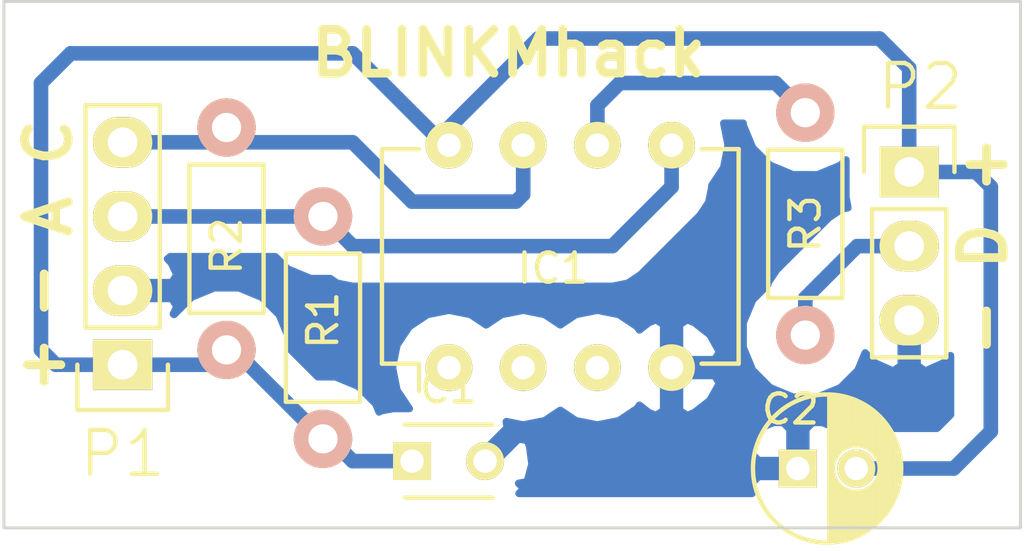
<source format=kicad_pcb>
(kicad_pcb (version 4) (host pcbnew 4.0.2+dfsg1-stable)

  (general
    (links 16)
    (no_connects 0)
    (area 179.654999 84.150999 214.553001 102.285001)
    (thickness 1.6)
    (drawings 12)
    (tracks 42)
    (zones 0)
    (modules 8)
    (nets 10)
  )

  (page A4)
  (layers
    (0 F.Cu signal)
    (31 B.Cu signal)
    (32 B.Adhes user)
    (33 F.Adhes user)
    (34 B.Paste user)
    (35 F.Paste user)
    (36 B.SilkS user)
    (37 F.SilkS user)
    (38 B.Mask user)
    (39 F.Mask user)
    (40 Dwgs.User user)
    (41 Cmts.User user)
    (42 Eco1.User user)
    (43 Eco2.User user)
    (44 Edge.Cuts user)
    (45 Margin user)
    (46 B.CrtYd user)
    (47 F.CrtYd user)
    (48 B.Fab user)
    (49 F.Fab user)
  )

  (setup
    (last_trace_width 0.5)
    (trace_clearance 0.2)
    (zone_clearance 1)
    (zone_45_only no)
    (trace_min 0.5)
    (segment_width 0.2)
    (edge_width 0.1)
    (via_size 0.6)
    (via_drill 0.4)
    (via_min_size 0.4)
    (via_min_drill 0.3)
    (uvia_size 0.3)
    (uvia_drill 0.1)
    (uvias_allowed no)
    (uvia_min_size 0.2)
    (uvia_min_drill 0.1)
    (pcb_text_width 0.3)
    (pcb_text_size 1.5 1.5)
    (mod_edge_width 0.15)
    (mod_text_size 1 1)
    (mod_text_width 0.15)
    (pad_size 1.5 1.5)
    (pad_drill 0.6)
    (pad_to_mask_clearance 0)
    (aux_axis_origin 0 0)
    (visible_elements FFFFFF7F)
    (pcbplotparams
      (layerselection 0x00030_80000001)
      (usegerberextensions false)
      (excludeedgelayer true)
      (linewidth 0.050000)
      (plotframeref false)
      (viasonmask false)
      (mode 1)
      (useauxorigin false)
      (hpglpennumber 1)
      (hpglpenspeed 20)
      (hpglpendiameter 15)
      (hpglpenoverlay 2)
      (psnegative false)
      (psa4output false)
      (plotreference true)
      (plotvalue true)
      (plotinvisibletext false)
      (padsonsilk false)
      (subtractmaskfromsilk false)
      (outputformat 1)
      (mirror false)
      (drillshape 1)
      (scaleselection 1)
      (outputdirectory ""))
  )

  (net 0 "")
  (net 1 VCC)
  (net 2 GND)
  (net 3 "Net-(IC1-Pad1)")
  (net 4 "Net-(IC1-Pad2)")
  (net 5 "Net-(IC1-Pad3)")
  (net 6 SDA)
  (net 7 "Net-(IC1-Pad6)")
  (net 8 SCL)
  (net 9 DOUT)

  (net_class Default "This is the default net class."
    (clearance 0.2)
    (trace_width 0.5)
    (via_dia 0.6)
    (via_drill 0.4)
    (uvia_dia 0.3)
    (uvia_drill 0.1)
    (add_net DOUT)
    (add_net GND)
    (add_net "Net-(IC1-Pad1)")
    (add_net "Net-(IC1-Pad2)")
    (add_net "Net-(IC1-Pad3)")
    (add_net "Net-(IC1-Pad6)")
    (add_net SCL)
    (add_net SDA)
    (add_net VCC)
  )

  (module Capacitors_ThroughHole:C_Disc_D3_P2.5 (layer F.Cu) (tedit 595A3999) (tstamp 5959A25B)
    (at 193.675 99.949)
    (descr "Capacitor 3mm Disc, Pitch 2.5mm")
    (tags Capacitor)
    (path /59599661)
    (fp_text reference C1 (at 1.25 -2.5) (layer F.SilkS)
      (effects (font (size 1 1) (thickness 0.15)))
    )
    (fp_text value 100PF (at 1.25 2.5) (layer F.Fab) hide
      (effects (font (size 1 1) (thickness 0.15)))
    )
    (fp_line (start -0.9 -1.5) (end 3.4 -1.5) (layer F.CrtYd) (width 0.05))
    (fp_line (start 3.4 -1.5) (end 3.4 1.5) (layer F.CrtYd) (width 0.05))
    (fp_line (start 3.4 1.5) (end -0.9 1.5) (layer F.CrtYd) (width 0.05))
    (fp_line (start -0.9 1.5) (end -0.9 -1.5) (layer F.CrtYd) (width 0.05))
    (fp_line (start -0.25 -1.25) (end 2.75 -1.25) (layer F.SilkS) (width 0.15))
    (fp_line (start 2.75 1.25) (end -0.25 1.25) (layer F.SilkS) (width 0.15))
    (pad 1 thru_hole rect (at 0 0) (size 1.3 1.3) (drill 0.8) (layers *.Cu *.Mask F.SilkS)
      (net 1 VCC))
    (pad 2 thru_hole circle (at 2.5 0) (size 1.3 1.3) (drill 0.8001) (layers *.Cu *.Mask F.SilkS)
      (net 2 GND))
    (model Capacitors_ThroughHole.3dshapes/C_Disc_D3_P2.5.wrl
      (at (xyz 0.0492126 0 0))
      (scale (xyz 1 1 1))
      (rotate (xyz 0 0 0))
    )
  )

  (module Capacitors_ThroughHole:C_Radial_D5_L11_P2 (layer F.Cu) (tedit 5959A0C9) (tstamp 5959A261)
    (at 206.883 100.203)
    (descr "Radial Electrolytic Capacitor 5mm x Length 11mm, Pitch 2mm")
    (tags "Electrolytic Capacitor")
    (path /5959A310)
    (fp_text reference C2 (at -0.254 -2.032) (layer F.SilkS)
      (effects (font (size 1 1) (thickness 0.15)))
    )
    (fp_text value 10uF (at 1.016 1.778) (layer F.Fab)
      (effects (font (size 1 1) (thickness 0.15)))
    )
    (fp_line (start 1.075 -2.499) (end 1.075 2.499) (layer F.SilkS) (width 0.15))
    (fp_line (start 1.215 -2.491) (end 1.215 -0.154) (layer F.SilkS) (width 0.15))
    (fp_line (start 1.215 0.154) (end 1.215 2.491) (layer F.SilkS) (width 0.15))
    (fp_line (start 1.355 -2.475) (end 1.355 -0.473) (layer F.SilkS) (width 0.15))
    (fp_line (start 1.355 0.473) (end 1.355 2.475) (layer F.SilkS) (width 0.15))
    (fp_line (start 1.495 -2.451) (end 1.495 -0.62) (layer F.SilkS) (width 0.15))
    (fp_line (start 1.495 0.62) (end 1.495 2.451) (layer F.SilkS) (width 0.15))
    (fp_line (start 1.635 -2.418) (end 1.635 -0.712) (layer F.SilkS) (width 0.15))
    (fp_line (start 1.635 0.712) (end 1.635 2.418) (layer F.SilkS) (width 0.15))
    (fp_line (start 1.775 -2.377) (end 1.775 -0.768) (layer F.SilkS) (width 0.15))
    (fp_line (start 1.775 0.768) (end 1.775 2.377) (layer F.SilkS) (width 0.15))
    (fp_line (start 1.915 -2.327) (end 1.915 -0.795) (layer F.SilkS) (width 0.15))
    (fp_line (start 1.915 0.795) (end 1.915 2.327) (layer F.SilkS) (width 0.15))
    (fp_line (start 2.055 -2.266) (end 2.055 -0.798) (layer F.SilkS) (width 0.15))
    (fp_line (start 2.055 0.798) (end 2.055 2.266) (layer F.SilkS) (width 0.15))
    (fp_line (start 2.195 -2.196) (end 2.195 -0.776) (layer F.SilkS) (width 0.15))
    (fp_line (start 2.195 0.776) (end 2.195 2.196) (layer F.SilkS) (width 0.15))
    (fp_line (start 2.335 -2.114) (end 2.335 -0.726) (layer F.SilkS) (width 0.15))
    (fp_line (start 2.335 0.726) (end 2.335 2.114) (layer F.SilkS) (width 0.15))
    (fp_line (start 2.475 -2.019) (end 2.475 -0.644) (layer F.SilkS) (width 0.15))
    (fp_line (start 2.475 0.644) (end 2.475 2.019) (layer F.SilkS) (width 0.15))
    (fp_line (start 2.615 -1.908) (end 2.615 -0.512) (layer F.SilkS) (width 0.15))
    (fp_line (start 2.615 0.512) (end 2.615 1.908) (layer F.SilkS) (width 0.15))
    (fp_line (start 2.755 -1.78) (end 2.755 -0.265) (layer F.SilkS) (width 0.15))
    (fp_line (start 2.755 0.265) (end 2.755 1.78) (layer F.SilkS) (width 0.15))
    (fp_line (start 2.895 -1.631) (end 2.895 1.631) (layer F.SilkS) (width 0.15))
    (fp_line (start 3.035 -1.452) (end 3.035 1.452) (layer F.SilkS) (width 0.15))
    (fp_line (start 3.175 -1.233) (end 3.175 1.233) (layer F.SilkS) (width 0.15))
    (fp_line (start 3.315 -0.944) (end 3.315 0.944) (layer F.SilkS) (width 0.15))
    (fp_line (start 3.455 -0.472) (end 3.455 0.472) (layer F.SilkS) (width 0.15))
    (fp_circle (center 2 0) (end 2 -0.8) (layer F.SilkS) (width 0.15))
    (fp_circle (center 1 0) (end 1 -2.5375) (layer F.SilkS) (width 0.15))
    (fp_circle (center 1 0) (end 1 -2.8) (layer F.CrtYd) (width 0.05))
    (pad 1 thru_hole rect (at 0 0) (size 1.3 1.3) (drill 0.8) (layers *.Cu *.Mask F.SilkS)
      (net 2 GND))
    (pad 2 thru_hole circle (at 2 0) (size 1.3 1.3) (drill 0.8) (layers *.Cu *.Mask F.SilkS)
      (net 1 VCC))
    (model Capacitors_ThroughHole.3dshapes/C_Radial_D5_L11_P2.wrl
      (at (xyz 0 0 0))
      (scale (xyz 1 1 1))
      (rotate (xyz 0 0 0))
    )
  )

  (module Housings_DIP:DIP-8_W7.62mm (layer F.Cu) (tedit 59599CC6) (tstamp 5959A26D)
    (at 194.94 96.745619 90)
    (descr "8-lead dip package, row spacing 7.62 mm (300 mils)")
    (tags "dil dip 2.54 300")
    (path /59599500)
    (fp_text reference IC1 (at 3.400619 3.561 180) (layer F.SilkS)
      (effects (font (size 1 1) (thickness 0.15)))
    )
    (fp_text value ATTINY85-P (at 5.178619 3.053 180) (layer F.Fab)
      (effects (font (size 1 1) (thickness 0.15)))
    )
    (fp_line (start -1.05 -2.45) (end -1.05 10.1) (layer F.CrtYd) (width 0.05))
    (fp_line (start 8.65 -2.45) (end 8.65 10.1) (layer F.CrtYd) (width 0.05))
    (fp_line (start -1.05 -2.45) (end 8.65 -2.45) (layer F.CrtYd) (width 0.05))
    (fp_line (start -1.05 10.1) (end 8.65 10.1) (layer F.CrtYd) (width 0.05))
    (fp_line (start 0.135 -2.295) (end 0.135 -1.025) (layer F.SilkS) (width 0.15))
    (fp_line (start 7.485 -2.295) (end 7.485 -1.025) (layer F.SilkS) (width 0.15))
    (fp_line (start 7.485 9.915) (end 7.485 8.645) (layer F.SilkS) (width 0.15))
    (fp_line (start 0.135 9.915) (end 0.135 8.645) (layer F.SilkS) (width 0.15))
    (fp_line (start 0.135 -2.295) (end 7.485 -2.295) (layer F.SilkS) (width 0.15))
    (fp_line (start 0.135 9.915) (end 7.485 9.915) (layer F.SilkS) (width 0.15))
    (fp_line (start 0.135 -1.025) (end -0.8 -1.025) (layer F.SilkS) (width 0.15))
    (pad 1 thru_hole oval (at 0 0 90) (size 1.6 1.6) (drill 0.8) (layers *.Cu *.Mask F.SilkS)
      (net 3 "Net-(IC1-Pad1)"))
    (pad 2 thru_hole oval (at 0 2.54 90) (size 1.6 1.6) (drill 0.8) (layers *.Cu *.Mask F.SilkS)
      (net 4 "Net-(IC1-Pad2)"))
    (pad 3 thru_hole oval (at 0 5.08 90) (size 1.6 1.6) (drill 0.8) (layers *.Cu *.Mask F.SilkS)
      (net 5 "Net-(IC1-Pad3)"))
    (pad 4 thru_hole oval (at 0 7.62 90) (size 1.6 1.6) (drill 0.8) (layers *.Cu *.Mask F.SilkS)
      (net 2 GND))
    (pad 5 thru_hole oval (at 7.62 7.62 90) (size 1.6 1.6) (drill 0.8) (layers *.Cu *.Mask F.SilkS)
      (net 6 SDA))
    (pad 6 thru_hole oval (at 7.62 5.08 90) (size 1.6 1.6) (drill 0.8) (layers *.Cu *.Mask F.SilkS)
      (net 7 "Net-(IC1-Pad6)"))
    (pad 7 thru_hole oval (at 7.62 2.54 90) (size 1.6 1.6) (drill 0.8) (layers *.Cu *.Mask F.SilkS)
      (net 8 SCL))
    (pad 8 thru_hole oval (at 7.62 0 90) (size 1.6 1.6) (drill 0.8) (layers *.Cu *.Mask F.SilkS)
      (net 1 VCC))
    (model Housings_DIP.3dshapes/DIP-8_W7.62mm.wrl
      (at (xyz 0 0 0))
      (scale (xyz 1 1 1))
      (rotate (xyz 0 0 0))
    )
  )

  (module Socket_Strips:Socket_Strip_Straight_1x04 (layer F.Cu) (tedit 595D7682) (tstamp 5959A275)
    (at 183.769 96.647 90)
    (descr "Through hole socket strip")
    (tags "socket strip")
    (path /5959954C)
    (fp_text reference P1 (at -3.048 0 180) (layer F.SilkS)
      (effects (font (size 1.5 1.5) (thickness 0.15)))
    )
    (fp_text value I2C (at 10.668 0.254 90) (layer F.Fab)
      (effects (font (size 1 1) (thickness 0.15)))
    )
    (fp_line (start -1.75 -1.75) (end -1.75 1.75) (layer F.CrtYd) (width 0.05))
    (fp_line (start 9.4 -1.75) (end 9.4 1.75) (layer F.CrtYd) (width 0.05))
    (fp_line (start -1.75 -1.75) (end 9.4 -1.75) (layer F.CrtYd) (width 0.05))
    (fp_line (start -1.75 1.75) (end 9.4 1.75) (layer F.CrtYd) (width 0.05))
    (fp_line (start 1.27 -1.27) (end 8.89 -1.27) (layer F.SilkS) (width 0.15))
    (fp_line (start 1.27 1.27) (end 8.89 1.27) (layer F.SilkS) (width 0.15))
    (fp_line (start -1.55 1.55) (end 0 1.55) (layer F.SilkS) (width 0.15))
    (fp_line (start 8.89 -1.27) (end 8.89 1.27) (layer F.SilkS) (width 0.15))
    (fp_line (start 1.27 1.27) (end 1.27 -1.27) (layer F.SilkS) (width 0.15))
    (fp_line (start 0 -1.55) (end -1.55 -1.55) (layer F.SilkS) (width 0.15))
    (fp_line (start -1.55 -1.55) (end -1.55 1.55) (layer F.SilkS) (width 0.15))
    (pad 1 thru_hole rect (at 0 0 90) (size 1.7272 2.032) (drill 1.016) (layers *.Cu *.Mask F.SilkS)
      (net 1 VCC))
    (pad 2 thru_hole oval (at 2.54 0 90) (size 1.7272 2.032) (drill 1.016) (layers *.Cu *.Mask F.SilkS)
      (net 2 GND))
    (pad 3 thru_hole oval (at 5.08 0 90) (size 1.7272 2.032) (drill 1.016) (layers *.Cu *.Mask F.SilkS)
      (net 6 SDA))
    (pad 4 thru_hole oval (at 7.62 0 90) (size 1.7272 2.032) (drill 1.016) (layers *.Cu *.Mask F.SilkS)
      (net 8 SCL))
    (model Socket_Strips.3dshapes/Socket_Strip_Straight_1x04.wrl
      (at (xyz 0.15 0 0))
      (scale (xyz 1 1 1))
      (rotate (xyz 0 0 180))
    )
  )

  (module Socket_Strips:Socket_Strip_Straight_1x03 (layer F.Cu) (tedit 595D767A) (tstamp 5959A27C)
    (at 210.693 90.043 270)
    (descr "Through hole socket strip")
    (tags "socket strip")
    (path /59599710)
    (fp_text reference P2 (at -2.921 -0.381 360) (layer F.SilkS)
      (effects (font (size 1.5 1.5) (thickness 0.15)))
    )
    (fp_text value NEO (at 8.128 0 270) (layer F.Fab)
      (effects (font (size 1 1) (thickness 0.15)))
    )
    (fp_line (start 0 -1.55) (end -1.55 -1.55) (layer F.SilkS) (width 0.15))
    (fp_line (start -1.55 -1.55) (end -1.55 1.55) (layer F.SilkS) (width 0.15))
    (fp_line (start -1.55 1.55) (end 0 1.55) (layer F.SilkS) (width 0.15))
    (fp_line (start -1.75 -1.75) (end -1.75 1.75) (layer F.CrtYd) (width 0.05))
    (fp_line (start 6.85 -1.75) (end 6.85 1.75) (layer F.CrtYd) (width 0.05))
    (fp_line (start -1.75 -1.75) (end 6.85 -1.75) (layer F.CrtYd) (width 0.05))
    (fp_line (start -1.75 1.75) (end 6.85 1.75) (layer F.CrtYd) (width 0.05))
    (fp_line (start 1.27 -1.27) (end 6.35 -1.27) (layer F.SilkS) (width 0.15))
    (fp_line (start 6.35 -1.27) (end 6.35 1.27) (layer F.SilkS) (width 0.15))
    (fp_line (start 6.35 1.27) (end 1.27 1.27) (layer F.SilkS) (width 0.15))
    (fp_line (start 1.27 1.27) (end 1.27 -1.27) (layer F.SilkS) (width 0.15))
    (pad 1 thru_hole rect (at 0 0 270) (size 1.7272 2.032) (drill 1.016) (layers *.Cu *.Mask F.SilkS)
      (net 1 VCC))
    (pad 2 thru_hole oval (at 2.54 0 270) (size 1.7272 2.032) (drill 1.016) (layers *.Cu *.Mask F.SilkS)
      (net 9 DOUT))
    (pad 3 thru_hole oval (at 5.08 0 270) (size 1.7272 2.032) (drill 1.016) (layers *.Cu *.Mask F.SilkS)
      (net 2 GND))
    (model Socket_Strips.3dshapes/Socket_Strip_Straight_1x03.wrl
      (at (xyz 0.1 0 0))
      (scale (xyz 1 1 1))
      (rotate (xyz 0 0 180))
    )
  )

  (module Resistors_ThroughHole:Resistor_Horizontal_RM7mm (layer F.Cu) (tedit 59599D64) (tstamp 5959A282)
    (at 190.627 99.187 90)
    (descr "Resistor, Axial,  RM 7.62mm, 1/3W,")
    (tags "Resistor Axial RM 7.62mm 1/3W R3")
    (path /59599963)
    (fp_text reference R1 (at 4.064 0 90) (layer F.SilkS)
      (effects (font (size 1 1) (thickness 0.15)))
    )
    (fp_text value 4K7 (at 4.064 -0.762 90) (layer F.Fab)
      (effects (font (size 1 1) (thickness 0.15)))
    )
    (fp_line (start -1.25 -1.5) (end 8.85 -1.5) (layer F.CrtYd) (width 0.05))
    (fp_line (start -1.25 1.5) (end -1.25 -1.5) (layer F.CrtYd) (width 0.05))
    (fp_line (start 8.85 -1.5) (end 8.85 1.5) (layer F.CrtYd) (width 0.05))
    (fp_line (start -1.25 1.5) (end 8.85 1.5) (layer F.CrtYd) (width 0.05))
    (fp_line (start 1.27 -1.27) (end 6.35 -1.27) (layer F.SilkS) (width 0.15))
    (fp_line (start 6.35 -1.27) (end 6.35 1.27) (layer F.SilkS) (width 0.15))
    (fp_line (start 6.35 1.27) (end 1.27 1.27) (layer F.SilkS) (width 0.15))
    (fp_line (start 1.27 1.27) (end 1.27 -1.27) (layer F.SilkS) (width 0.15))
    (pad 1 thru_hole circle (at 0 0 90) (size 1.99898 1.99898) (drill 1.00076) (layers *.Cu *.SilkS *.Mask)
      (net 1 VCC))
    (pad 2 thru_hole circle (at 7.62 0 90) (size 1.99898 1.99898) (drill 1.00076) (layers *.Cu *.SilkS *.Mask)
      (net 6 SDA))
  )

  (module Resistors_ThroughHole:Resistor_Horizontal_RM7mm (layer F.Cu) (tedit 59599D5F) (tstamp 5959A288)
    (at 187.325 96.139 90)
    (descr "Resistor, Axial,  RM 7.62mm, 1/3W,")
    (tags "Resistor Axial RM 7.62mm 1/3W R3")
    (path /5959998A)
    (fp_text reference R2 (at 3.556 0 90) (layer F.SilkS)
      (effects (font (size 1 1) (thickness 0.15)))
    )
    (fp_text value 4K7 (at 3.81 -0.762 90) (layer F.Fab)
      (effects (font (size 1 1) (thickness 0.15)))
    )
    (fp_line (start -1.25 -1.5) (end 8.85 -1.5) (layer F.CrtYd) (width 0.05))
    (fp_line (start -1.25 1.5) (end -1.25 -1.5) (layer F.CrtYd) (width 0.05))
    (fp_line (start 8.85 -1.5) (end 8.85 1.5) (layer F.CrtYd) (width 0.05))
    (fp_line (start -1.25 1.5) (end 8.85 1.5) (layer F.CrtYd) (width 0.05))
    (fp_line (start 1.27 -1.27) (end 6.35 -1.27) (layer F.SilkS) (width 0.15))
    (fp_line (start 6.35 -1.27) (end 6.35 1.27) (layer F.SilkS) (width 0.15))
    (fp_line (start 6.35 1.27) (end 1.27 1.27) (layer F.SilkS) (width 0.15))
    (fp_line (start 1.27 1.27) (end 1.27 -1.27) (layer F.SilkS) (width 0.15))
    (pad 1 thru_hole circle (at 0 0 90) (size 1.99898 1.99898) (drill 1.00076) (layers *.Cu *.SilkS *.Mask)
      (net 1 VCC))
    (pad 2 thru_hole circle (at 7.62 0 90) (size 1.99898 1.99898) (drill 1.00076) (layers *.Cu *.SilkS *.Mask)
      (net 8 SCL))
  )

  (module Resistors_ThroughHole:Resistor_Horizontal_RM7mm (layer F.Cu) (tedit 5959A1AD) (tstamp 5959A28E)
    (at 207.137 88.011 270)
    (descr "Resistor, Axial,  RM 7.62mm, 1/3W,")
    (tags "Resistor Axial RM 7.62mm 1/3W R3")
    (path /595997BF)
    (fp_text reference R3 (at 3.81 0 270) (layer F.SilkS)
      (effects (font (size 1 1) (thickness 0.15)))
    )
    (fp_text value 470R (at 3.81 -0.762 270) (layer F.Fab)
      (effects (font (size 1 1) (thickness 0.15)))
    )
    (fp_line (start -1.25 -1.5) (end 8.85 -1.5) (layer F.CrtYd) (width 0.05))
    (fp_line (start -1.25 1.5) (end -1.25 -1.5) (layer F.CrtYd) (width 0.05))
    (fp_line (start 8.85 -1.5) (end 8.85 1.5) (layer F.CrtYd) (width 0.05))
    (fp_line (start -1.25 1.5) (end 8.85 1.5) (layer F.CrtYd) (width 0.05))
    (fp_line (start 1.27 -1.27) (end 6.35 -1.27) (layer F.SilkS) (width 0.15))
    (fp_line (start 6.35 -1.27) (end 6.35 1.27) (layer F.SilkS) (width 0.15))
    (fp_line (start 6.35 1.27) (end 1.27 1.27) (layer F.SilkS) (width 0.15))
    (fp_line (start 1.27 1.27) (end 1.27 -1.27) (layer F.SilkS) (width 0.15))
    (pad 1 thru_hole circle (at 0 0 270) (size 1.99898 1.99898) (drill 1.00076) (layers *.Cu *.SilkS *.Mask)
      (net 7 "Net-(IC1-Pad6)"))
    (pad 2 thru_hole circle (at 7.62 0 270) (size 1.99898 1.99898) (drill 1.00076) (layers *.Cu *.SilkS *.Mask)
      (net 9 DOUT))
  )

  (gr_text BLINKMhack (at 196.977 85.979) (layer F.SilkS)
    (effects (font (size 1.5 1.5) (thickness 0.3)))
  )
  (gr_line (start 214.503 84.201) (end 214.503 102.235) (angle 90) (layer Edge.Cuts) (width 0.1))
  (gr_line (start 179.705 84.201) (end 214.503 84.201) (angle 90) (layer Edge.Cuts) (width 0.1))
  (gr_text D (at 213.233 92.583 90) (layer F.SilkS)
    (effects (font (size 1.5 1.5) (thickness 0.3)))
  )
  (gr_text - (at 213.233 95.377 90) (layer F.SilkS)
    (effects (font (size 1.5 1.5) (thickness 0.3)))
  )
  (gr_text + (at 213.233 89.789 90) (layer F.SilkS)
    (effects (font (size 1.5 1.5) (thickness 0.3)))
  )
  (gr_text C (at 181.229 89.027 90) (layer F.SilkS)
    (effects (font (size 1.5 1.5) (thickness 0.3)))
  )
  (gr_text A (at 181.229 91.567 90) (layer F.SilkS)
    (effects (font (size 1.5 1.5) (thickness 0.3)))
  )
  (gr_text - (at 180.975 94.107 90) (layer F.SilkS)
    (effects (font (size 1.5 1.5) (thickness 0.3)))
  )
  (gr_text + (at 180.975 96.647 90) (layer F.SilkS)
    (effects (font (size 1.5 1.5) (thickness 0.3)))
  )
  (gr_line (start 179.705 102.235) (end 214.503 102.235) (angle 90) (layer Edge.Cuts) (width 0.1))
  (gr_line (start 179.705 84.201) (end 179.705 102.235) (angle 90) (layer Edge.Cuts) (width 0.1))

  (segment (start 194.94 89.125619) (end 194.94 88.524) (width 0.5) (layer B.Cu) (net 1))
  (segment (start 194.94 88.524) (end 197.993 85.471) (width 0.5) (layer B.Cu) (net 1) (tstamp 5959A691))
  (segment (start 210.693 86.487) (end 210.693 90.043) (width 0.5) (layer B.Cu) (net 1) (tstamp 5959A695))
  (segment (start 209.677 85.471) (end 210.693 86.487) (width 0.5) (layer B.Cu) (net 1) (tstamp 5959A694))
  (segment (start 197.993 85.471) (end 209.677 85.471) (width 0.5) (layer B.Cu) (net 1) (tstamp 5959A692))
  (segment (start 208.883 100.203) (end 212.217 100.203) (width 0.5) (layer B.Cu) (net 1))
  (segment (start 212.979 90.043) (end 210.693 90.043) (width 0.5) (layer B.Cu) (net 1) (tstamp 5959A62B))
  (segment (start 213.487 90.551) (end 212.979 90.043) (width 0.5) (layer B.Cu) (net 1) (tstamp 5959A62A))
  (segment (start 213.487 98.933) (end 213.487 90.551) (width 0.5) (layer B.Cu) (net 1) (tstamp 5959A629))
  (segment (start 212.217 100.203) (end 213.487 98.933) (width 0.5) (layer B.Cu) (net 1) (tstamp 5959A628))
  (segment (start 190.627 99.187) (end 190.881 99.187) (width 0.5) (layer B.Cu) (net 1))
  (segment (start 190.881 99.187) (end 191.643 99.949) (width 0.5) (layer B.Cu) (net 1) (tstamp 5959A606))
  (segment (start 191.643 99.949) (end 193.675 99.949) (width 0.5) (layer B.Cu) (net 1) (tstamp 5959A607))
  (segment (start 187.325 96.139) (end 187.579 96.139) (width 0.5) (layer B.Cu) (net 1))
  (segment (start 187.579 96.139) (end 190.627 99.187) (width 0.5) (layer B.Cu) (net 1) (tstamp 5959A5ED))
  (segment (start 183.769 96.647) (end 186.817 96.647) (width 0.5) (layer B.Cu) (net 1))
  (segment (start 186.817 96.647) (end 187.325 96.139) (width 0.5) (layer B.Cu) (net 1) (tstamp 5959A5EA))
  (segment (start 194.94 89.125619) (end 194.789619 89.125619) (width 0.5) (layer B.Cu) (net 1))
  (segment (start 194.789619 89.125619) (end 191.643 85.979) (width 0.5) (layer B.Cu) (net 1) (tstamp 5959A5E1))
  (segment (start 181.483 96.647) (end 183.769 96.647) (width 0.5) (layer B.Cu) (net 1) (tstamp 5959A5E7))
  (segment (start 191.643 85.979) (end 181.991 85.979) (width 0.5) (layer B.Cu) (net 1) (tstamp 5959A5E2))
  (segment (start 181.991 85.979) (end 180.975 86.995) (width 0.5) (layer B.Cu) (net 1) (tstamp 5959A5E4))
  (segment (start 180.975 86.995) (end 180.975 96.139) (width 0.5) (layer B.Cu) (net 1) (tstamp 5959A5E5))
  (segment (start 180.975 96.139) (end 181.483 96.647) (width 0.5) (layer B.Cu) (net 1) (tstamp 5959A5E6))
  (segment (start 183.769 91.567) (end 190.627 91.567) (width 0.5) (layer B.Cu) (net 6))
  (segment (start 190.627 91.567) (end 191.643 92.583) (width 0.5) (layer B.Cu) (net 6) (tstamp 5959A59B))
  (segment (start 191.643 92.583) (end 200.533 92.583) (width 0.5) (layer B.Cu) (net 6) (tstamp 5959A59C))
  (segment (start 200.533 92.583) (end 202.56 90.556) (width 0.5) (layer B.Cu) (net 6) (tstamp 5959A59D))
  (segment (start 202.56 90.556) (end 202.56 89.125619) (width 0.5) (layer B.Cu) (net 6) (tstamp 5959A59E))
  (segment (start 200.02 89.125619) (end 200.02 87.762) (width 0.5) (layer B.Cu) (net 7))
  (segment (start 206.121 86.995) (end 207.137 88.011) (width 0.5) (layer B.Cu) (net 7) (tstamp 5959A68A))
  (segment (start 200.787 86.995) (end 206.121 86.995) (width 0.5) (layer B.Cu) (net 7) (tstamp 5959A689))
  (segment (start 200.02 87.762) (end 200.787 86.995) (width 0.5) (layer B.Cu) (net 7) (tstamp 5959A688))
  (segment (start 183.769 89.027) (end 186.817 89.027) (width 0.5) (layer B.Cu) (net 8))
  (segment (start 186.817 89.027) (end 191.643 89.027) (width 0.5) (layer B.Cu) (net 8) (tstamp 5959A593))
  (segment (start 191.643 89.027) (end 193.675 91.059) (width 0.5) (layer B.Cu) (net 8) (tstamp 5959A594))
  (segment (start 193.675 91.059) (end 197.231 91.059) (width 0.5) (layer B.Cu) (net 8) (tstamp 5959A595))
  (segment (start 197.231 91.059) (end 197.48 90.81) (width 0.5) (layer B.Cu) (net 8) (tstamp 5959A597))
  (segment (start 197.48 90.81) (end 197.48 89.125619) (width 0.5) (layer B.Cu) (net 8) (tstamp 5959A598))
  (segment (start 207.137 95.631) (end 207.137 94.361) (width 0.5) (layer B.Cu) (net 9))
  (segment (start 208.915 92.583) (end 210.693 92.583) (width 0.5) (layer B.Cu) (net 9) (tstamp 5959A68E))
  (segment (start 207.137 94.361) (end 208.915 92.583) (width 0.5) (layer B.Cu) (net 9) (tstamp 5959A68D))

  (zone (net 2) (net_name GND) (layer B.Cu) (tstamp 5959A6EB) (hatch edge 0.508)
    (connect_pads (clearance 1))
    (min_thickness 0.254)
    (fill yes (arc_segments 16) (thermal_gap 0.8) (thermal_bridge_width 0.8))
    (polygon
      (pts
        (xy 214.503 102.235) (xy 179.705 102.235) (xy 179.705 84.201) (xy 214.503 84.201) (xy 214.503 102.235)
      )
    )
    (filled_polygon
      (pts
        (xy 205.010142 88.432129) (xy 205.333199 89.213986) (xy 205.930868 89.812699) (xy 206.712159 90.13712) (xy 207.558129 90.137858)
        (xy 208.339986 89.814801) (xy 208.527921 89.627194) (xy 208.527921 90.9066) (xy 208.59619 91.269415) (xy 208.388045 91.310818)
        (xy 207.941314 91.609314) (xy 206.163314 93.387314) (xy 205.864818 93.834045) (xy 205.849373 93.911692) (xy 205.335301 94.424868)
        (xy 205.01088 95.206159) (xy 205.010142 96.052129) (xy 205.333199 96.833986) (xy 205.930868 97.432699) (xy 206.712159 97.75712)
        (xy 207.558129 97.757858) (xy 208.339986 97.434801) (xy 208.938699 96.837132) (xy 209.186697 96.239889) (xy 209.506998 96.578871)
        (xy 210.142814 96.863592) (xy 210.42 96.67264) (xy 210.42 95.396) (xy 210.4 95.396) (xy 210.4 94.85)
        (xy 210.42 94.85) (xy 210.42 94.83) (xy 210.966 94.83) (xy 210.966 94.85) (xy 210.986 94.85)
        (xy 210.986 95.396) (xy 210.966 95.396) (xy 210.966 96.67264) (xy 211.243186 96.863592) (xy 211.879002 96.578871)
        (xy 212.11 96.334401) (xy 212.11 98.362628) (xy 211.646628 98.826) (xy 210.019268 98.826) (xy 209.890904 98.697412)
        (xy 209.238018 98.42631) (xy 208.531084 98.425693) (xy 207.881645 98.694036) (xy 207.717392 98.626) (xy 207.38775 98.626)
        (xy 207.156 98.85775) (xy 207.156 99.728315) (xy 207.10631 99.847982) (xy 207.105744 100.496) (xy 206.61 100.496)
        (xy 206.61 100.476) (xy 205.53775 100.476) (xy 205.306 100.70775) (xy 205.306 101.037392) (xy 205.314536 101.058)
        (xy 197.336389 101.058) (xy 197.503236 100.891153) (xy 197.321784 100.709701) (xy 197.617393 100.659514) (xy 197.7795 100.053449)
        (xy 197.697335 99.431483) (xy 197.671292 99.368608) (xy 205.306 99.368608) (xy 205.306 99.69825) (xy 205.53775 99.93)
        (xy 206.61 99.93) (xy 206.61 98.85775) (xy 206.37825 98.626) (xy 206.048608 98.626) (xy 205.707896 98.767127)
        (xy 205.447127 99.027897) (xy 205.306 99.368608) (xy 197.671292 99.368608) (xy 197.617393 99.238486) (xy 197.321782 99.188299)
        (xy 196.56108 99.949) (xy 196.575223 99.963142) (xy 196.189142 100.349223) (xy 196.175 100.33508) (xy 196.160858 100.349223)
        (xy 195.774778 99.963143) (xy 195.78892 99.949) (xy 195.774778 99.934858) (xy 196.160858 99.548777) (xy 196.175 99.56292)
        (xy 196.935701 98.802218) (xy 196.900539 98.595109) (xy 197.48 98.710371) (xy 198.217431 98.563687) (xy 198.75 98.207836)
        (xy 199.282569 98.563687) (xy 200.02 98.710371) (xy 200.757431 98.563687) (xy 201.382595 98.145966) (xy 201.457657 98.033627)
        (xy 201.778509 98.285703) (xy 202.023596 98.387203) (xy 202.287 98.215736) (xy 202.287 97.018619) (xy 202.833 97.018619)
        (xy 202.833 98.215736) (xy 203.096404 98.387203) (xy 203.341491 98.285703) (xy 203.871368 97.869408) (xy 204.201602 97.282026)
        (xy 204.033554 97.018619) (xy 202.833 97.018619) (xy 202.287 97.018619) (xy 202.267 97.018619) (xy 202.267 96.472619)
        (xy 202.287 96.472619) (xy 202.287 95.275502) (xy 202.833 95.275502) (xy 202.833 96.472619) (xy 204.033554 96.472619)
        (xy 204.201602 96.209212) (xy 203.871368 95.62183) (xy 203.341491 95.205535) (xy 203.096404 95.104035) (xy 202.833 95.275502)
        (xy 202.287 95.275502) (xy 202.023596 95.104035) (xy 201.778509 95.205535) (xy 201.457657 95.457611) (xy 201.382595 95.345272)
        (xy 200.757431 94.927551) (xy 200.02 94.780867) (xy 199.282569 94.927551) (xy 198.75 95.283402) (xy 198.217431 94.927551)
        (xy 197.48 94.780867) (xy 196.742569 94.927551) (xy 196.21 95.283402) (xy 195.677431 94.927551) (xy 194.94 94.780867)
        (xy 194.202569 94.927551) (xy 193.577405 95.345272) (xy 193.159684 95.970436) (xy 193.013 96.707867) (xy 193.013 96.783371)
        (xy 193.159684 97.520802) (xy 193.577405 98.145966) (xy 193.583324 98.149921) (xy 193.025 98.149921) (xy 192.607359 98.228506)
        (xy 192.547688 98.266903) (xy 192.430801 97.984014) (xy 191.833132 97.385301) (xy 191.051841 97.06088) (xy 190.447725 97.060353)
        (xy 189.451556 96.064184) (xy 189.451858 95.717871) (xy 189.128801 94.936014) (xy 188.531132 94.337301) (xy 187.749841 94.01288)
        (xy 186.903871 94.012142) (xy 186.122014 94.335199) (xy 185.528663 94.927515) (xy 185.503504 94.910325) (xy 185.626572 94.653476)
        (xy 185.456159 94.38) (xy 184.042 94.38) (xy 184.042 94.4) (xy 183.496 94.4) (xy 183.496 94.38)
        (xy 183.476 94.38) (xy 183.476 93.834) (xy 183.496 93.834) (xy 183.496 93.814) (xy 184.042 93.814)
        (xy 184.042 93.834) (xy 185.456159 93.834) (xy 185.626572 93.560524) (xy 185.433461 93.157493) (xy 185.303317 93.019759)
        (xy 185.370951 92.974567) (xy 185.391375 92.944) (xy 188.99691 92.944) (xy 189.420868 93.368699) (xy 190.202159 93.69312)
        (xy 190.87438 93.693706) (xy 191.116045 93.855182) (xy 191.643 93.96) (xy 200.533 93.96) (xy 201.059955 93.855182)
        (xy 201.506686 93.556686) (xy 203.533686 91.529686) (xy 203.832182 91.082955) (xy 203.937 90.556) (xy 203.937 90.504407)
        (xy 204.340316 89.900802) (xy 204.487 89.163371) (xy 204.487 89.087867) (xy 204.344605 88.372) (xy 205.010194 88.372)
      )
    )
  )
)

</source>
